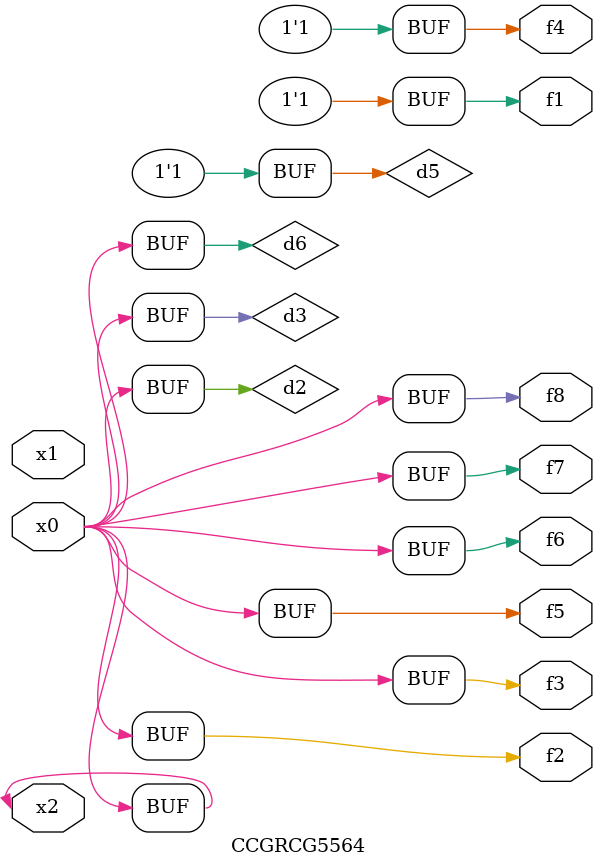
<source format=v>
module CCGRCG5564(
	input x0, x1, x2,
	output f1, f2, f3, f4, f5, f6, f7, f8
);

	wire d1, d2, d3, d4, d5, d6;

	xnor (d1, x2);
	buf (d2, x0, x2);
	and (d3, x0);
	xnor (d4, x1, x2);
	nand (d5, d1, d3);
	buf (d6, d2, d3);
	assign f1 = d5;
	assign f2 = d6;
	assign f3 = d6;
	assign f4 = d5;
	assign f5 = d6;
	assign f6 = d6;
	assign f7 = d6;
	assign f8 = d6;
endmodule

</source>
